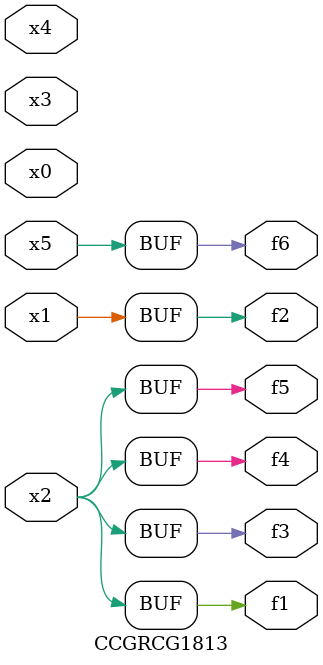
<source format=v>
module CCGRCG1813(
	input x0, x1, x2, x3, x4, x5,
	output f1, f2, f3, f4, f5, f6
);
	assign f1 = x2;
	assign f2 = x1;
	assign f3 = x2;
	assign f4 = x2;
	assign f5 = x2;
	assign f6 = x5;
endmodule

</source>
